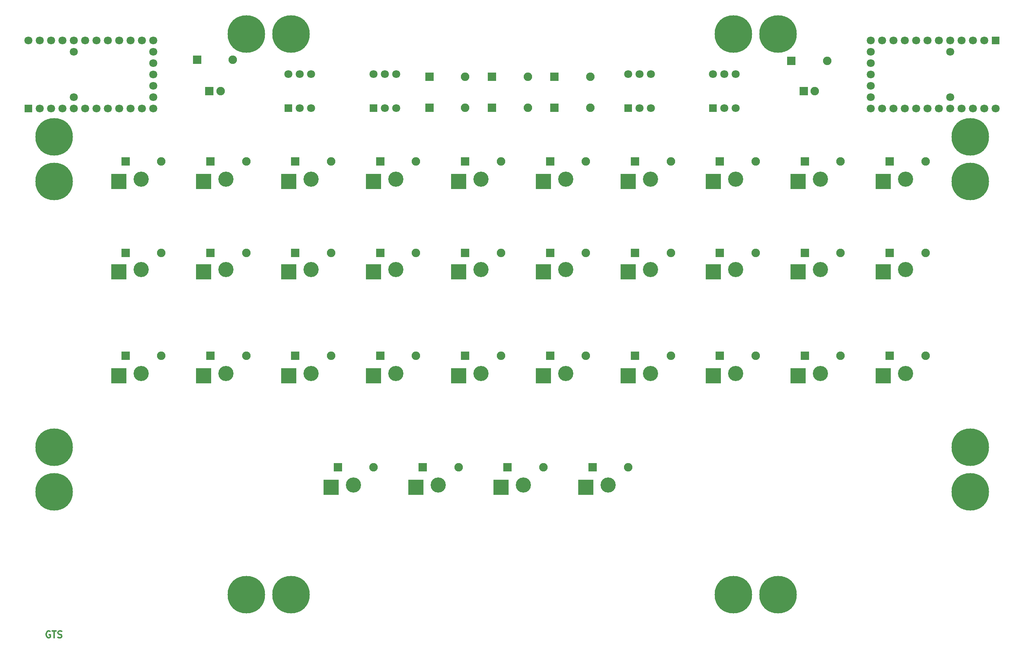
<source format=gts>
G04 #@! TF.FileFunction,Soldermask,Top*
%FSLAX46Y46*%
G04 Gerber Fmt 4.6, Leading zero omitted, Abs format (unit mm)*
G04 Created by KiCad (PCBNEW 4.0.7) date 11/07/17 14:35:56*
%MOMM*%
%LPD*%
G01*
G04 APERTURE LIST*
%ADD10C,0.200000*%
%ADD11C,0.300000*%
%ADD12R,1.900000X1.900000*%
%ADD13C,1.900000*%
%ADD14R,3.400000X3.400000*%
%ADD15C,3.400000*%
%ADD16R,1.800000X1.800000*%
%ADD17C,1.800000*%
%ADD18C,8.400000*%
G04 APERTURE END LIST*
D10*
D11*
X116107143Y-201250000D02*
X115964286Y-201178571D01*
X115750000Y-201178571D01*
X115535715Y-201250000D01*
X115392857Y-201392857D01*
X115321429Y-201535714D01*
X115250000Y-201821429D01*
X115250000Y-202035714D01*
X115321429Y-202321429D01*
X115392857Y-202464286D01*
X115535715Y-202607143D01*
X115750000Y-202678571D01*
X115892857Y-202678571D01*
X116107143Y-202607143D01*
X116178572Y-202535714D01*
X116178572Y-202035714D01*
X115892857Y-202035714D01*
X116607143Y-201178571D02*
X117464286Y-201178571D01*
X117035715Y-202678571D02*
X117035715Y-201178571D01*
X117892857Y-202607143D02*
X118107143Y-202678571D01*
X118464286Y-202678571D01*
X118607143Y-202607143D01*
X118678572Y-202535714D01*
X118750000Y-202392857D01*
X118750000Y-202250000D01*
X118678572Y-202107143D01*
X118607143Y-202035714D01*
X118464286Y-201964286D01*
X118178572Y-201892857D01*
X118035714Y-201821429D01*
X117964286Y-201750000D01*
X117892857Y-201607143D01*
X117892857Y-201464286D01*
X117964286Y-201321429D01*
X118035714Y-201250000D01*
X118178572Y-201178571D01*
X118535714Y-201178571D01*
X118750000Y-201250000D01*
D12*
X133000000Y-96000000D03*
D13*
X141000000Y-96000000D03*
D12*
X152000000Y-96000000D03*
D13*
X160000000Y-96000000D03*
D12*
X171000000Y-96000000D03*
D13*
X179000000Y-96000000D03*
D12*
X190000000Y-96000000D03*
D13*
X198000000Y-96000000D03*
D12*
X209000000Y-96000000D03*
D13*
X217000000Y-96000000D03*
D12*
X228000000Y-96000000D03*
D13*
X236000000Y-96000000D03*
D12*
X247000000Y-96000000D03*
D13*
X255000000Y-96000000D03*
D12*
X266000000Y-96000000D03*
D13*
X274000000Y-96000000D03*
D12*
X285000000Y-96000000D03*
D13*
X293000000Y-96000000D03*
D12*
X304000000Y-96000000D03*
D13*
X312000000Y-96000000D03*
D12*
X133000000Y-116500000D03*
D13*
X141000000Y-116500000D03*
D12*
X152000000Y-116500000D03*
D13*
X160000000Y-116500000D03*
D12*
X171000000Y-116500000D03*
D13*
X179000000Y-116500000D03*
D12*
X190000000Y-116500000D03*
D13*
X198000000Y-116500000D03*
D12*
X209000000Y-116500000D03*
D13*
X217000000Y-116500000D03*
D12*
X228000000Y-116500000D03*
D13*
X236000000Y-116500000D03*
D12*
X247000000Y-116500000D03*
D13*
X255000000Y-116500000D03*
D12*
X266000000Y-116500000D03*
D13*
X274000000Y-116500000D03*
D12*
X285000000Y-116500000D03*
D13*
X293000000Y-116500000D03*
D12*
X304000000Y-116500000D03*
D13*
X312000000Y-116500000D03*
D12*
X133000000Y-139500000D03*
D13*
X141000000Y-139500000D03*
D12*
X152000000Y-139500000D03*
D13*
X160000000Y-139500000D03*
D12*
X171000000Y-139500000D03*
D13*
X179000000Y-139500000D03*
D12*
X190000000Y-139500000D03*
D13*
X198000000Y-139500000D03*
D12*
X209000000Y-139500000D03*
D13*
X217000000Y-139500000D03*
D12*
X228000000Y-139500000D03*
D13*
X236000000Y-139500000D03*
D12*
X247000000Y-139500000D03*
D13*
X255000000Y-139500000D03*
D12*
X266000000Y-139500000D03*
D13*
X274000000Y-139500000D03*
D12*
X285000000Y-139500000D03*
D13*
X293000000Y-139500000D03*
D12*
X304000000Y-139500000D03*
D13*
X312000000Y-139500000D03*
D12*
X180500000Y-164500000D03*
D13*
X188500000Y-164500000D03*
D12*
X199500000Y-164500000D03*
D13*
X207500000Y-164500000D03*
D12*
X201000000Y-77000000D03*
D13*
X209000000Y-77000000D03*
D12*
X201000000Y-84000000D03*
D13*
X209000000Y-84000000D03*
D12*
X215000000Y-77000000D03*
D13*
X223000000Y-77000000D03*
D12*
X218500000Y-164500000D03*
D13*
X226500000Y-164500000D03*
D12*
X237500000Y-164500000D03*
D13*
X245500000Y-164500000D03*
D12*
X215000000Y-84000000D03*
D13*
X223000000Y-84000000D03*
D12*
X229000000Y-77000000D03*
D13*
X237000000Y-77000000D03*
D12*
X229000000Y-84000000D03*
D13*
X237000000Y-84000000D03*
X154250000Y-80250000D03*
D12*
X151750000Y-80250000D03*
X149000000Y-73250000D03*
D13*
X157000000Y-73250000D03*
D14*
X131500000Y-100500000D03*
D15*
X136500000Y-100000000D03*
D14*
X150500000Y-100500000D03*
D15*
X155500000Y-100000000D03*
D14*
X169500000Y-100500000D03*
D15*
X174500000Y-100000000D03*
D14*
X188500000Y-100500000D03*
D15*
X193500000Y-100000000D03*
D14*
X207500000Y-100500000D03*
D15*
X212500000Y-100000000D03*
D14*
X226500000Y-100500000D03*
D15*
X231500000Y-100000000D03*
D14*
X245500000Y-100500000D03*
D15*
X250500000Y-100000000D03*
D14*
X264500000Y-100500000D03*
D15*
X269500000Y-100000000D03*
D14*
X283500000Y-100500000D03*
D15*
X288500000Y-100000000D03*
D14*
X302500000Y-100500000D03*
D15*
X307500000Y-100000000D03*
D14*
X131500000Y-120750000D03*
D15*
X136500000Y-120250000D03*
D14*
X150500000Y-120750000D03*
D15*
X155500000Y-120250000D03*
D14*
X169500000Y-120750000D03*
D15*
X174500000Y-120250000D03*
D14*
X188500000Y-120750000D03*
D15*
X193500000Y-120250000D03*
D14*
X207500000Y-120750000D03*
D15*
X212500000Y-120250000D03*
D14*
X226500000Y-120750000D03*
D15*
X231500000Y-120250000D03*
D14*
X245500000Y-120750000D03*
D15*
X250500000Y-120250000D03*
D14*
X264500000Y-120750000D03*
D15*
X269500000Y-120250000D03*
D14*
X283500000Y-120750000D03*
D15*
X288500000Y-120250000D03*
D14*
X302500000Y-120750000D03*
D15*
X307500000Y-120250000D03*
D14*
X131500000Y-144000000D03*
D15*
X136500000Y-143500000D03*
D14*
X150500000Y-144000000D03*
D15*
X155500000Y-143500000D03*
D14*
X169500000Y-144000000D03*
D15*
X174500000Y-143500000D03*
D14*
X188500000Y-144000000D03*
D15*
X193500000Y-143500000D03*
D14*
X207500000Y-144000000D03*
D15*
X212500000Y-143500000D03*
D14*
X226500000Y-144000000D03*
D15*
X231500000Y-143500000D03*
D14*
X245500000Y-144000000D03*
D15*
X250500000Y-143500000D03*
D14*
X264500000Y-144000000D03*
D15*
X269500000Y-143500000D03*
D14*
X283500000Y-144000000D03*
D15*
X288500000Y-143500000D03*
D14*
X302500000Y-144000000D03*
D15*
X307500000Y-143500000D03*
D14*
X179000000Y-169000000D03*
D15*
X184000000Y-168500000D03*
D14*
X198000000Y-169000000D03*
D15*
X203000000Y-168500000D03*
D14*
X217000000Y-169000000D03*
D15*
X222000000Y-168500000D03*
D14*
X236000000Y-169000000D03*
D15*
X241000000Y-168500000D03*
D16*
X264460000Y-84060000D03*
D17*
X267000000Y-84060000D03*
X269540000Y-84060000D03*
X269540000Y-76440000D03*
X267000000Y-76440000D03*
X264460000Y-76440000D03*
D16*
X245460000Y-84060000D03*
D17*
X248000000Y-84060000D03*
X250540000Y-84060000D03*
X250540000Y-76440000D03*
X248000000Y-76440000D03*
X245460000Y-76440000D03*
D16*
X169460000Y-84060000D03*
D17*
X172000000Y-84060000D03*
X174540000Y-84060000D03*
X174540000Y-76440000D03*
X172000000Y-76440000D03*
X169460000Y-76440000D03*
D16*
X188460000Y-84060000D03*
D17*
X191000000Y-84060000D03*
X193540000Y-84060000D03*
X193540000Y-76440000D03*
X191000000Y-76440000D03*
X188460000Y-76440000D03*
D13*
X287250000Y-80250000D03*
D12*
X284750000Y-80250000D03*
X282000000Y-73500000D03*
D13*
X290000000Y-73500000D03*
D18*
X160000000Y-67500000D03*
X170000000Y-67500000D03*
X269000000Y-67500000D03*
X279000000Y-67500000D03*
X322000000Y-90500000D03*
X322000000Y-100500000D03*
X322000000Y-160000000D03*
X322000000Y-170000000D03*
X279000000Y-193000000D03*
X269000000Y-193000000D03*
X170000000Y-193000000D03*
X160000000Y-193000000D03*
X117000000Y-170000000D03*
X117000000Y-160000000D03*
X117000000Y-100500000D03*
X117000000Y-90500000D03*
D16*
X111280000Y-84120000D03*
D17*
X113820000Y-84120000D03*
X116360000Y-84120000D03*
X118900000Y-84120000D03*
X121440000Y-84120000D03*
X123980000Y-84120000D03*
X126520000Y-84120000D03*
X129060000Y-84120000D03*
X131600000Y-84120000D03*
X134140000Y-84120000D03*
X136680000Y-84120000D03*
X139220000Y-84120000D03*
X139220000Y-81580000D03*
X139220000Y-79040000D03*
X139220000Y-76500000D03*
X139220000Y-73960000D03*
X139220000Y-71420000D03*
X131600000Y-68880000D03*
X134140000Y-68880000D03*
X139220000Y-68880000D03*
X136680000Y-68880000D03*
X129060000Y-68880000D03*
X126520000Y-68880000D03*
X123980000Y-68880000D03*
X121440000Y-68880000D03*
X118900000Y-68880000D03*
X116360000Y-68880000D03*
X113820000Y-68880000D03*
X111280000Y-68880000D03*
X121440000Y-81580000D03*
X121440000Y-71420000D03*
D16*
X327720000Y-68880000D03*
D17*
X325180000Y-68880000D03*
X322640000Y-68880000D03*
X320100000Y-68880000D03*
X317560000Y-68880000D03*
X315020000Y-68880000D03*
X312480000Y-68880000D03*
X309940000Y-68880000D03*
X307400000Y-68880000D03*
X304860000Y-68880000D03*
X302320000Y-68880000D03*
X299780000Y-68880000D03*
X299780000Y-71420000D03*
X299780000Y-73960000D03*
X299780000Y-76500000D03*
X299780000Y-79040000D03*
X299780000Y-81580000D03*
X307400000Y-84120000D03*
X304860000Y-84120000D03*
X299780000Y-84120000D03*
X302320000Y-84120000D03*
X309940000Y-84120000D03*
X312480000Y-84120000D03*
X315020000Y-84120000D03*
X317560000Y-84120000D03*
X320100000Y-84120000D03*
X322640000Y-84120000D03*
X325180000Y-84120000D03*
X327720000Y-84120000D03*
X317560000Y-71420000D03*
X317560000Y-81580000D03*
M02*

</source>
